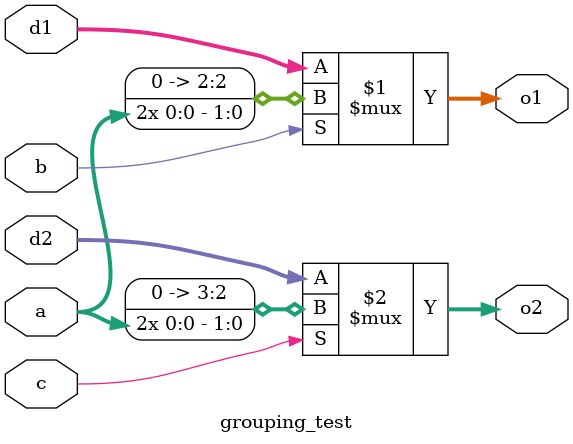
<source format=sv>
module grouping_test(input a, b, c, input [2:0] d1, input [3:0] d2, output [2:0] o1, output [3:0] o2);
    assign o1 = b ? {1'b0, a, a} : d1;
    assign o2 = c ? {2'b0, a, a} : d2;
endmodule

</source>
